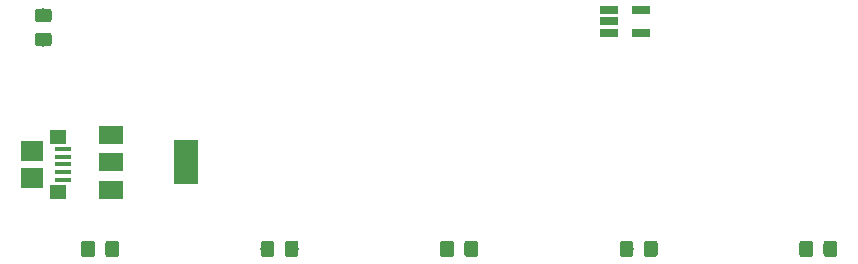
<source format=gbr>
G04 #@! TF.GenerationSoftware,KiCad,Pcbnew,(5.0.2)-1*
G04 #@! TF.CreationDate,2019-03-25T16:13:35+01:00*
G04 #@! TF.ProjectId,CCdrum,43436472-756d-42e6-9b69-6361645f7063,rev?*
G04 #@! TF.SameCoordinates,Original*
G04 #@! TF.FileFunction,Paste,Top*
G04 #@! TF.FilePolarity,Positive*
%FSLAX46Y46*%
G04 Gerber Fmt 4.6, Leading zero omitted, Abs format (unit mm)*
G04 Created by KiCad (PCBNEW (5.0.2)-1) date 25/03/2019 16:13:35*
%MOMM*%
%LPD*%
G01*
G04 APERTURE LIST*
%ADD10C,0.100000*%
%ADD11C,1.150000*%
%ADD12R,2.000000X3.800000*%
%ADD13R,2.000000X1.500000*%
%ADD14R,1.900000X1.750000*%
%ADD15R,1.400000X0.400000*%
%ADD16R,1.450000X1.150000*%
%ADD17R,1.560000X0.650000*%
G04 APERTURE END LIST*
D10*
G04 #@! TO.C,D6*
G36*
X107662505Y-74873204D02*
X107686773Y-74876804D01*
X107710572Y-74882765D01*
X107733671Y-74891030D01*
X107755850Y-74901520D01*
X107776893Y-74914132D01*
X107796599Y-74928747D01*
X107814777Y-74945223D01*
X107831253Y-74963401D01*
X107845868Y-74983107D01*
X107858480Y-75004150D01*
X107868970Y-75026329D01*
X107877235Y-75049428D01*
X107883196Y-75073227D01*
X107886796Y-75097495D01*
X107888000Y-75121999D01*
X107888000Y-75772001D01*
X107886796Y-75796505D01*
X107883196Y-75820773D01*
X107877235Y-75844572D01*
X107868970Y-75867671D01*
X107858480Y-75889850D01*
X107845868Y-75910893D01*
X107831253Y-75930599D01*
X107814777Y-75948777D01*
X107796599Y-75965253D01*
X107776893Y-75979868D01*
X107755850Y-75992480D01*
X107733671Y-76002970D01*
X107710572Y-76011235D01*
X107686773Y-76017196D01*
X107662505Y-76020796D01*
X107638001Y-76022000D01*
X106737999Y-76022000D01*
X106713495Y-76020796D01*
X106689227Y-76017196D01*
X106665428Y-76011235D01*
X106642329Y-76002970D01*
X106620150Y-75992480D01*
X106599107Y-75979868D01*
X106579401Y-75965253D01*
X106561223Y-75948777D01*
X106544747Y-75930599D01*
X106530132Y-75910893D01*
X106517520Y-75889850D01*
X106507030Y-75867671D01*
X106498765Y-75844572D01*
X106492804Y-75820773D01*
X106489204Y-75796505D01*
X106488000Y-75772001D01*
X106488000Y-75121999D01*
X106489204Y-75097495D01*
X106492804Y-75073227D01*
X106498765Y-75049428D01*
X106507030Y-75026329D01*
X106517520Y-75004150D01*
X106530132Y-74983107D01*
X106544747Y-74963401D01*
X106561223Y-74945223D01*
X106579401Y-74928747D01*
X106599107Y-74914132D01*
X106620150Y-74901520D01*
X106642329Y-74891030D01*
X106665428Y-74882765D01*
X106689227Y-74876804D01*
X106713495Y-74873204D01*
X106737999Y-74872000D01*
X107638001Y-74872000D01*
X107662505Y-74873204D01*
X107662505Y-74873204D01*
G37*
D11*
X107188000Y-75447000D03*
D10*
G36*
X107662505Y-72823204D02*
X107686773Y-72826804D01*
X107710572Y-72832765D01*
X107733671Y-72841030D01*
X107755850Y-72851520D01*
X107776893Y-72864132D01*
X107796599Y-72878747D01*
X107814777Y-72895223D01*
X107831253Y-72913401D01*
X107845868Y-72933107D01*
X107858480Y-72954150D01*
X107868970Y-72976329D01*
X107877235Y-72999428D01*
X107883196Y-73023227D01*
X107886796Y-73047495D01*
X107888000Y-73071999D01*
X107888000Y-73722001D01*
X107886796Y-73746505D01*
X107883196Y-73770773D01*
X107877235Y-73794572D01*
X107868970Y-73817671D01*
X107858480Y-73839850D01*
X107845868Y-73860893D01*
X107831253Y-73880599D01*
X107814777Y-73898777D01*
X107796599Y-73915253D01*
X107776893Y-73929868D01*
X107755850Y-73942480D01*
X107733671Y-73952970D01*
X107710572Y-73961235D01*
X107686773Y-73967196D01*
X107662505Y-73970796D01*
X107638001Y-73972000D01*
X106737999Y-73972000D01*
X106713495Y-73970796D01*
X106689227Y-73967196D01*
X106665428Y-73961235D01*
X106642329Y-73952970D01*
X106620150Y-73942480D01*
X106599107Y-73929868D01*
X106579401Y-73915253D01*
X106561223Y-73898777D01*
X106544747Y-73880599D01*
X106530132Y-73860893D01*
X106517520Y-73839850D01*
X106507030Y-73817671D01*
X106498765Y-73794572D01*
X106492804Y-73770773D01*
X106489204Y-73746505D01*
X106488000Y-73722001D01*
X106488000Y-73071999D01*
X106489204Y-73047495D01*
X106492804Y-73023227D01*
X106498765Y-72999428D01*
X106507030Y-72976329D01*
X106517520Y-72954150D01*
X106530132Y-72933107D01*
X106544747Y-72913401D01*
X106561223Y-72895223D01*
X106579401Y-72878747D01*
X106599107Y-72864132D01*
X106620150Y-72851520D01*
X106642329Y-72841030D01*
X106665428Y-72832765D01*
X106689227Y-72826804D01*
X106713495Y-72823204D01*
X106737999Y-72822000D01*
X107638001Y-72822000D01*
X107662505Y-72823204D01*
X107662505Y-72823204D01*
G37*
D11*
X107188000Y-73397000D03*
G04 #@! TD*
D10*
G04 #@! TO.C,D1*
G36*
X113367005Y-92465204D02*
X113391273Y-92468804D01*
X113415072Y-92474765D01*
X113438171Y-92483030D01*
X113460350Y-92493520D01*
X113481393Y-92506132D01*
X113501099Y-92520747D01*
X113519277Y-92537223D01*
X113535753Y-92555401D01*
X113550368Y-92575107D01*
X113562980Y-92596150D01*
X113573470Y-92618329D01*
X113581735Y-92641428D01*
X113587696Y-92665227D01*
X113591296Y-92689495D01*
X113592500Y-92713999D01*
X113592500Y-93614001D01*
X113591296Y-93638505D01*
X113587696Y-93662773D01*
X113581735Y-93686572D01*
X113573470Y-93709671D01*
X113562980Y-93731850D01*
X113550368Y-93752893D01*
X113535753Y-93772599D01*
X113519277Y-93790777D01*
X113501099Y-93807253D01*
X113481393Y-93821868D01*
X113460350Y-93834480D01*
X113438171Y-93844970D01*
X113415072Y-93853235D01*
X113391273Y-93859196D01*
X113367005Y-93862796D01*
X113342501Y-93864000D01*
X112692499Y-93864000D01*
X112667995Y-93862796D01*
X112643727Y-93859196D01*
X112619928Y-93853235D01*
X112596829Y-93844970D01*
X112574650Y-93834480D01*
X112553607Y-93821868D01*
X112533901Y-93807253D01*
X112515723Y-93790777D01*
X112499247Y-93772599D01*
X112484632Y-93752893D01*
X112472020Y-93731850D01*
X112461530Y-93709671D01*
X112453265Y-93686572D01*
X112447304Y-93662773D01*
X112443704Y-93638505D01*
X112442500Y-93614001D01*
X112442500Y-92713999D01*
X112443704Y-92689495D01*
X112447304Y-92665227D01*
X112453265Y-92641428D01*
X112461530Y-92618329D01*
X112472020Y-92596150D01*
X112484632Y-92575107D01*
X112499247Y-92555401D01*
X112515723Y-92537223D01*
X112533901Y-92520747D01*
X112553607Y-92506132D01*
X112574650Y-92493520D01*
X112596829Y-92483030D01*
X112619928Y-92474765D01*
X112643727Y-92468804D01*
X112667995Y-92465204D01*
X112692499Y-92464000D01*
X113342501Y-92464000D01*
X113367005Y-92465204D01*
X113367005Y-92465204D01*
G37*
D11*
X113017500Y-93164000D03*
D10*
G36*
X111317005Y-92465204D02*
X111341273Y-92468804D01*
X111365072Y-92474765D01*
X111388171Y-92483030D01*
X111410350Y-92493520D01*
X111431393Y-92506132D01*
X111451099Y-92520747D01*
X111469277Y-92537223D01*
X111485753Y-92555401D01*
X111500368Y-92575107D01*
X111512980Y-92596150D01*
X111523470Y-92618329D01*
X111531735Y-92641428D01*
X111537696Y-92665227D01*
X111541296Y-92689495D01*
X111542500Y-92713999D01*
X111542500Y-93614001D01*
X111541296Y-93638505D01*
X111537696Y-93662773D01*
X111531735Y-93686572D01*
X111523470Y-93709671D01*
X111512980Y-93731850D01*
X111500368Y-93752893D01*
X111485753Y-93772599D01*
X111469277Y-93790777D01*
X111451099Y-93807253D01*
X111431393Y-93821868D01*
X111410350Y-93834480D01*
X111388171Y-93844970D01*
X111365072Y-93853235D01*
X111341273Y-93859196D01*
X111317005Y-93862796D01*
X111292501Y-93864000D01*
X110642499Y-93864000D01*
X110617995Y-93862796D01*
X110593727Y-93859196D01*
X110569928Y-93853235D01*
X110546829Y-93844970D01*
X110524650Y-93834480D01*
X110503607Y-93821868D01*
X110483901Y-93807253D01*
X110465723Y-93790777D01*
X110449247Y-93772599D01*
X110434632Y-93752893D01*
X110422020Y-93731850D01*
X110411530Y-93709671D01*
X110403265Y-93686572D01*
X110397304Y-93662773D01*
X110393704Y-93638505D01*
X110392500Y-93614001D01*
X110392500Y-92713999D01*
X110393704Y-92689495D01*
X110397304Y-92665227D01*
X110403265Y-92641428D01*
X110411530Y-92618329D01*
X110422020Y-92596150D01*
X110434632Y-92575107D01*
X110449247Y-92555401D01*
X110465723Y-92537223D01*
X110483901Y-92520747D01*
X110503607Y-92506132D01*
X110524650Y-92493520D01*
X110546829Y-92483030D01*
X110569928Y-92474765D01*
X110593727Y-92468804D01*
X110617995Y-92465204D01*
X110642499Y-92464000D01*
X111292501Y-92464000D01*
X111317005Y-92465204D01*
X111317005Y-92465204D01*
G37*
D11*
X110967500Y-93164000D03*
G04 #@! TD*
D10*
G04 #@! TO.C,D2*
G36*
X126517005Y-92465204D02*
X126541273Y-92468804D01*
X126565072Y-92474765D01*
X126588171Y-92483030D01*
X126610350Y-92493520D01*
X126631393Y-92506132D01*
X126651099Y-92520747D01*
X126669277Y-92537223D01*
X126685753Y-92555401D01*
X126700368Y-92575107D01*
X126712980Y-92596150D01*
X126723470Y-92618329D01*
X126731735Y-92641428D01*
X126737696Y-92665227D01*
X126741296Y-92689495D01*
X126742500Y-92713999D01*
X126742500Y-93614001D01*
X126741296Y-93638505D01*
X126737696Y-93662773D01*
X126731735Y-93686572D01*
X126723470Y-93709671D01*
X126712980Y-93731850D01*
X126700368Y-93752893D01*
X126685753Y-93772599D01*
X126669277Y-93790777D01*
X126651099Y-93807253D01*
X126631393Y-93821868D01*
X126610350Y-93834480D01*
X126588171Y-93844970D01*
X126565072Y-93853235D01*
X126541273Y-93859196D01*
X126517005Y-93862796D01*
X126492501Y-93864000D01*
X125842499Y-93864000D01*
X125817995Y-93862796D01*
X125793727Y-93859196D01*
X125769928Y-93853235D01*
X125746829Y-93844970D01*
X125724650Y-93834480D01*
X125703607Y-93821868D01*
X125683901Y-93807253D01*
X125665723Y-93790777D01*
X125649247Y-93772599D01*
X125634632Y-93752893D01*
X125622020Y-93731850D01*
X125611530Y-93709671D01*
X125603265Y-93686572D01*
X125597304Y-93662773D01*
X125593704Y-93638505D01*
X125592500Y-93614001D01*
X125592500Y-92713999D01*
X125593704Y-92689495D01*
X125597304Y-92665227D01*
X125603265Y-92641428D01*
X125611530Y-92618329D01*
X125622020Y-92596150D01*
X125634632Y-92575107D01*
X125649247Y-92555401D01*
X125665723Y-92537223D01*
X125683901Y-92520747D01*
X125703607Y-92506132D01*
X125724650Y-92493520D01*
X125746829Y-92483030D01*
X125769928Y-92474765D01*
X125793727Y-92468804D01*
X125817995Y-92465204D01*
X125842499Y-92464000D01*
X126492501Y-92464000D01*
X126517005Y-92465204D01*
X126517005Y-92465204D01*
G37*
D11*
X126167500Y-93164000D03*
D10*
G36*
X128567005Y-92465204D02*
X128591273Y-92468804D01*
X128615072Y-92474765D01*
X128638171Y-92483030D01*
X128660350Y-92493520D01*
X128681393Y-92506132D01*
X128701099Y-92520747D01*
X128719277Y-92537223D01*
X128735753Y-92555401D01*
X128750368Y-92575107D01*
X128762980Y-92596150D01*
X128773470Y-92618329D01*
X128781735Y-92641428D01*
X128787696Y-92665227D01*
X128791296Y-92689495D01*
X128792500Y-92713999D01*
X128792500Y-93614001D01*
X128791296Y-93638505D01*
X128787696Y-93662773D01*
X128781735Y-93686572D01*
X128773470Y-93709671D01*
X128762980Y-93731850D01*
X128750368Y-93752893D01*
X128735753Y-93772599D01*
X128719277Y-93790777D01*
X128701099Y-93807253D01*
X128681393Y-93821868D01*
X128660350Y-93834480D01*
X128638171Y-93844970D01*
X128615072Y-93853235D01*
X128591273Y-93859196D01*
X128567005Y-93862796D01*
X128542501Y-93864000D01*
X127892499Y-93864000D01*
X127867995Y-93862796D01*
X127843727Y-93859196D01*
X127819928Y-93853235D01*
X127796829Y-93844970D01*
X127774650Y-93834480D01*
X127753607Y-93821868D01*
X127733901Y-93807253D01*
X127715723Y-93790777D01*
X127699247Y-93772599D01*
X127684632Y-93752893D01*
X127672020Y-93731850D01*
X127661530Y-93709671D01*
X127653265Y-93686572D01*
X127647304Y-93662773D01*
X127643704Y-93638505D01*
X127642500Y-93614001D01*
X127642500Y-92713999D01*
X127643704Y-92689495D01*
X127647304Y-92665227D01*
X127653265Y-92641428D01*
X127661530Y-92618329D01*
X127672020Y-92596150D01*
X127684632Y-92575107D01*
X127699247Y-92555401D01*
X127715723Y-92537223D01*
X127733901Y-92520747D01*
X127753607Y-92506132D01*
X127774650Y-92493520D01*
X127796829Y-92483030D01*
X127819928Y-92474765D01*
X127843727Y-92468804D01*
X127867995Y-92465204D01*
X127892499Y-92464000D01*
X128542501Y-92464000D01*
X128567005Y-92465204D01*
X128567005Y-92465204D01*
G37*
D11*
X128217500Y-93164000D03*
G04 #@! TD*
D10*
G04 #@! TO.C,D3*
G36*
X143767005Y-92465204D02*
X143791273Y-92468804D01*
X143815072Y-92474765D01*
X143838171Y-92483030D01*
X143860350Y-92493520D01*
X143881393Y-92506132D01*
X143901099Y-92520747D01*
X143919277Y-92537223D01*
X143935753Y-92555401D01*
X143950368Y-92575107D01*
X143962980Y-92596150D01*
X143973470Y-92618329D01*
X143981735Y-92641428D01*
X143987696Y-92665227D01*
X143991296Y-92689495D01*
X143992500Y-92713999D01*
X143992500Y-93614001D01*
X143991296Y-93638505D01*
X143987696Y-93662773D01*
X143981735Y-93686572D01*
X143973470Y-93709671D01*
X143962980Y-93731850D01*
X143950368Y-93752893D01*
X143935753Y-93772599D01*
X143919277Y-93790777D01*
X143901099Y-93807253D01*
X143881393Y-93821868D01*
X143860350Y-93834480D01*
X143838171Y-93844970D01*
X143815072Y-93853235D01*
X143791273Y-93859196D01*
X143767005Y-93862796D01*
X143742501Y-93864000D01*
X143092499Y-93864000D01*
X143067995Y-93862796D01*
X143043727Y-93859196D01*
X143019928Y-93853235D01*
X142996829Y-93844970D01*
X142974650Y-93834480D01*
X142953607Y-93821868D01*
X142933901Y-93807253D01*
X142915723Y-93790777D01*
X142899247Y-93772599D01*
X142884632Y-93752893D01*
X142872020Y-93731850D01*
X142861530Y-93709671D01*
X142853265Y-93686572D01*
X142847304Y-93662773D01*
X142843704Y-93638505D01*
X142842500Y-93614001D01*
X142842500Y-92713999D01*
X142843704Y-92689495D01*
X142847304Y-92665227D01*
X142853265Y-92641428D01*
X142861530Y-92618329D01*
X142872020Y-92596150D01*
X142884632Y-92575107D01*
X142899247Y-92555401D01*
X142915723Y-92537223D01*
X142933901Y-92520747D01*
X142953607Y-92506132D01*
X142974650Y-92493520D01*
X142996829Y-92483030D01*
X143019928Y-92474765D01*
X143043727Y-92468804D01*
X143067995Y-92465204D01*
X143092499Y-92464000D01*
X143742501Y-92464000D01*
X143767005Y-92465204D01*
X143767005Y-92465204D01*
G37*
D11*
X143417500Y-93164000D03*
D10*
G36*
X141717005Y-92465204D02*
X141741273Y-92468804D01*
X141765072Y-92474765D01*
X141788171Y-92483030D01*
X141810350Y-92493520D01*
X141831393Y-92506132D01*
X141851099Y-92520747D01*
X141869277Y-92537223D01*
X141885753Y-92555401D01*
X141900368Y-92575107D01*
X141912980Y-92596150D01*
X141923470Y-92618329D01*
X141931735Y-92641428D01*
X141937696Y-92665227D01*
X141941296Y-92689495D01*
X141942500Y-92713999D01*
X141942500Y-93614001D01*
X141941296Y-93638505D01*
X141937696Y-93662773D01*
X141931735Y-93686572D01*
X141923470Y-93709671D01*
X141912980Y-93731850D01*
X141900368Y-93752893D01*
X141885753Y-93772599D01*
X141869277Y-93790777D01*
X141851099Y-93807253D01*
X141831393Y-93821868D01*
X141810350Y-93834480D01*
X141788171Y-93844970D01*
X141765072Y-93853235D01*
X141741273Y-93859196D01*
X141717005Y-93862796D01*
X141692501Y-93864000D01*
X141042499Y-93864000D01*
X141017995Y-93862796D01*
X140993727Y-93859196D01*
X140969928Y-93853235D01*
X140946829Y-93844970D01*
X140924650Y-93834480D01*
X140903607Y-93821868D01*
X140883901Y-93807253D01*
X140865723Y-93790777D01*
X140849247Y-93772599D01*
X140834632Y-93752893D01*
X140822020Y-93731850D01*
X140811530Y-93709671D01*
X140803265Y-93686572D01*
X140797304Y-93662773D01*
X140793704Y-93638505D01*
X140792500Y-93614001D01*
X140792500Y-92713999D01*
X140793704Y-92689495D01*
X140797304Y-92665227D01*
X140803265Y-92641428D01*
X140811530Y-92618329D01*
X140822020Y-92596150D01*
X140834632Y-92575107D01*
X140849247Y-92555401D01*
X140865723Y-92537223D01*
X140883901Y-92520747D01*
X140903607Y-92506132D01*
X140924650Y-92493520D01*
X140946829Y-92483030D01*
X140969928Y-92474765D01*
X140993727Y-92468804D01*
X141017995Y-92465204D01*
X141042499Y-92464000D01*
X141692501Y-92464000D01*
X141717005Y-92465204D01*
X141717005Y-92465204D01*
G37*
D11*
X141367500Y-93164000D03*
G04 #@! TD*
D10*
G04 #@! TO.C,D4*
G36*
X156917005Y-92465204D02*
X156941273Y-92468804D01*
X156965072Y-92474765D01*
X156988171Y-92483030D01*
X157010350Y-92493520D01*
X157031393Y-92506132D01*
X157051099Y-92520747D01*
X157069277Y-92537223D01*
X157085753Y-92555401D01*
X157100368Y-92575107D01*
X157112980Y-92596150D01*
X157123470Y-92618329D01*
X157131735Y-92641428D01*
X157137696Y-92665227D01*
X157141296Y-92689495D01*
X157142500Y-92713999D01*
X157142500Y-93614001D01*
X157141296Y-93638505D01*
X157137696Y-93662773D01*
X157131735Y-93686572D01*
X157123470Y-93709671D01*
X157112980Y-93731850D01*
X157100368Y-93752893D01*
X157085753Y-93772599D01*
X157069277Y-93790777D01*
X157051099Y-93807253D01*
X157031393Y-93821868D01*
X157010350Y-93834480D01*
X156988171Y-93844970D01*
X156965072Y-93853235D01*
X156941273Y-93859196D01*
X156917005Y-93862796D01*
X156892501Y-93864000D01*
X156242499Y-93864000D01*
X156217995Y-93862796D01*
X156193727Y-93859196D01*
X156169928Y-93853235D01*
X156146829Y-93844970D01*
X156124650Y-93834480D01*
X156103607Y-93821868D01*
X156083901Y-93807253D01*
X156065723Y-93790777D01*
X156049247Y-93772599D01*
X156034632Y-93752893D01*
X156022020Y-93731850D01*
X156011530Y-93709671D01*
X156003265Y-93686572D01*
X155997304Y-93662773D01*
X155993704Y-93638505D01*
X155992500Y-93614001D01*
X155992500Y-92713999D01*
X155993704Y-92689495D01*
X155997304Y-92665227D01*
X156003265Y-92641428D01*
X156011530Y-92618329D01*
X156022020Y-92596150D01*
X156034632Y-92575107D01*
X156049247Y-92555401D01*
X156065723Y-92537223D01*
X156083901Y-92520747D01*
X156103607Y-92506132D01*
X156124650Y-92493520D01*
X156146829Y-92483030D01*
X156169928Y-92474765D01*
X156193727Y-92468804D01*
X156217995Y-92465204D01*
X156242499Y-92464000D01*
X156892501Y-92464000D01*
X156917005Y-92465204D01*
X156917005Y-92465204D01*
G37*
D11*
X156567500Y-93164000D03*
D10*
G36*
X158967005Y-92465204D02*
X158991273Y-92468804D01*
X159015072Y-92474765D01*
X159038171Y-92483030D01*
X159060350Y-92493520D01*
X159081393Y-92506132D01*
X159101099Y-92520747D01*
X159119277Y-92537223D01*
X159135753Y-92555401D01*
X159150368Y-92575107D01*
X159162980Y-92596150D01*
X159173470Y-92618329D01*
X159181735Y-92641428D01*
X159187696Y-92665227D01*
X159191296Y-92689495D01*
X159192500Y-92713999D01*
X159192500Y-93614001D01*
X159191296Y-93638505D01*
X159187696Y-93662773D01*
X159181735Y-93686572D01*
X159173470Y-93709671D01*
X159162980Y-93731850D01*
X159150368Y-93752893D01*
X159135753Y-93772599D01*
X159119277Y-93790777D01*
X159101099Y-93807253D01*
X159081393Y-93821868D01*
X159060350Y-93834480D01*
X159038171Y-93844970D01*
X159015072Y-93853235D01*
X158991273Y-93859196D01*
X158967005Y-93862796D01*
X158942501Y-93864000D01*
X158292499Y-93864000D01*
X158267995Y-93862796D01*
X158243727Y-93859196D01*
X158219928Y-93853235D01*
X158196829Y-93844970D01*
X158174650Y-93834480D01*
X158153607Y-93821868D01*
X158133901Y-93807253D01*
X158115723Y-93790777D01*
X158099247Y-93772599D01*
X158084632Y-93752893D01*
X158072020Y-93731850D01*
X158061530Y-93709671D01*
X158053265Y-93686572D01*
X158047304Y-93662773D01*
X158043704Y-93638505D01*
X158042500Y-93614001D01*
X158042500Y-92713999D01*
X158043704Y-92689495D01*
X158047304Y-92665227D01*
X158053265Y-92641428D01*
X158061530Y-92618329D01*
X158072020Y-92596150D01*
X158084632Y-92575107D01*
X158099247Y-92555401D01*
X158115723Y-92537223D01*
X158133901Y-92520747D01*
X158153607Y-92506132D01*
X158174650Y-92493520D01*
X158196829Y-92483030D01*
X158219928Y-92474765D01*
X158243727Y-92468804D01*
X158267995Y-92465204D01*
X158292499Y-92464000D01*
X158942501Y-92464000D01*
X158967005Y-92465204D01*
X158967005Y-92465204D01*
G37*
D11*
X158617500Y-93164000D03*
G04 #@! TD*
D10*
G04 #@! TO.C,D5*
G36*
X174167005Y-92465204D02*
X174191273Y-92468804D01*
X174215072Y-92474765D01*
X174238171Y-92483030D01*
X174260350Y-92493520D01*
X174281393Y-92506132D01*
X174301099Y-92520747D01*
X174319277Y-92537223D01*
X174335753Y-92555401D01*
X174350368Y-92575107D01*
X174362980Y-92596150D01*
X174373470Y-92618329D01*
X174381735Y-92641428D01*
X174387696Y-92665227D01*
X174391296Y-92689495D01*
X174392500Y-92713999D01*
X174392500Y-93614001D01*
X174391296Y-93638505D01*
X174387696Y-93662773D01*
X174381735Y-93686572D01*
X174373470Y-93709671D01*
X174362980Y-93731850D01*
X174350368Y-93752893D01*
X174335753Y-93772599D01*
X174319277Y-93790777D01*
X174301099Y-93807253D01*
X174281393Y-93821868D01*
X174260350Y-93834480D01*
X174238171Y-93844970D01*
X174215072Y-93853235D01*
X174191273Y-93859196D01*
X174167005Y-93862796D01*
X174142501Y-93864000D01*
X173492499Y-93864000D01*
X173467995Y-93862796D01*
X173443727Y-93859196D01*
X173419928Y-93853235D01*
X173396829Y-93844970D01*
X173374650Y-93834480D01*
X173353607Y-93821868D01*
X173333901Y-93807253D01*
X173315723Y-93790777D01*
X173299247Y-93772599D01*
X173284632Y-93752893D01*
X173272020Y-93731850D01*
X173261530Y-93709671D01*
X173253265Y-93686572D01*
X173247304Y-93662773D01*
X173243704Y-93638505D01*
X173242500Y-93614001D01*
X173242500Y-92713999D01*
X173243704Y-92689495D01*
X173247304Y-92665227D01*
X173253265Y-92641428D01*
X173261530Y-92618329D01*
X173272020Y-92596150D01*
X173284632Y-92575107D01*
X173299247Y-92555401D01*
X173315723Y-92537223D01*
X173333901Y-92520747D01*
X173353607Y-92506132D01*
X173374650Y-92493520D01*
X173396829Y-92483030D01*
X173419928Y-92474765D01*
X173443727Y-92468804D01*
X173467995Y-92465204D01*
X173492499Y-92464000D01*
X174142501Y-92464000D01*
X174167005Y-92465204D01*
X174167005Y-92465204D01*
G37*
D11*
X173817500Y-93164000D03*
D10*
G36*
X172117005Y-92465204D02*
X172141273Y-92468804D01*
X172165072Y-92474765D01*
X172188171Y-92483030D01*
X172210350Y-92493520D01*
X172231393Y-92506132D01*
X172251099Y-92520747D01*
X172269277Y-92537223D01*
X172285753Y-92555401D01*
X172300368Y-92575107D01*
X172312980Y-92596150D01*
X172323470Y-92618329D01*
X172331735Y-92641428D01*
X172337696Y-92665227D01*
X172341296Y-92689495D01*
X172342500Y-92713999D01*
X172342500Y-93614001D01*
X172341296Y-93638505D01*
X172337696Y-93662773D01*
X172331735Y-93686572D01*
X172323470Y-93709671D01*
X172312980Y-93731850D01*
X172300368Y-93752893D01*
X172285753Y-93772599D01*
X172269277Y-93790777D01*
X172251099Y-93807253D01*
X172231393Y-93821868D01*
X172210350Y-93834480D01*
X172188171Y-93844970D01*
X172165072Y-93853235D01*
X172141273Y-93859196D01*
X172117005Y-93862796D01*
X172092501Y-93864000D01*
X171442499Y-93864000D01*
X171417995Y-93862796D01*
X171393727Y-93859196D01*
X171369928Y-93853235D01*
X171346829Y-93844970D01*
X171324650Y-93834480D01*
X171303607Y-93821868D01*
X171283901Y-93807253D01*
X171265723Y-93790777D01*
X171249247Y-93772599D01*
X171234632Y-93752893D01*
X171222020Y-93731850D01*
X171211530Y-93709671D01*
X171203265Y-93686572D01*
X171197304Y-93662773D01*
X171193704Y-93638505D01*
X171192500Y-93614001D01*
X171192500Y-92713999D01*
X171193704Y-92689495D01*
X171197304Y-92665227D01*
X171203265Y-92641428D01*
X171211530Y-92618329D01*
X171222020Y-92596150D01*
X171234632Y-92575107D01*
X171249247Y-92555401D01*
X171265723Y-92537223D01*
X171283901Y-92520747D01*
X171303607Y-92506132D01*
X171324650Y-92493520D01*
X171346829Y-92483030D01*
X171369928Y-92474765D01*
X171393727Y-92468804D01*
X171417995Y-92465204D01*
X171442499Y-92464000D01*
X172092501Y-92464000D01*
X172117005Y-92465204D01*
X172117005Y-92465204D01*
G37*
D11*
X171767500Y-93164000D03*
G04 #@! TD*
D12*
G04 #@! TO.C,U2*
X119228000Y-85852000D03*
D13*
X112928000Y-85852000D03*
X112928000Y-88152000D03*
X112928000Y-83552000D03*
G04 #@! TD*
D14*
G04 #@! TO.C,J1*
X106200000Y-87125000D03*
D15*
X108850000Y-85350000D03*
X108850000Y-84700000D03*
X108850000Y-87300000D03*
X108850000Y-86650000D03*
X108850000Y-86000000D03*
D14*
X106200000Y-84875000D03*
D16*
X108430000Y-88320000D03*
X108430000Y-83680000D03*
G04 #@! TD*
D17*
G04 #@! TO.C,U3*
X155114000Y-72964000D03*
X155114000Y-73914000D03*
X155114000Y-74864000D03*
X157814000Y-74864000D03*
X157814000Y-72964000D03*
G04 #@! TD*
M02*

</source>
